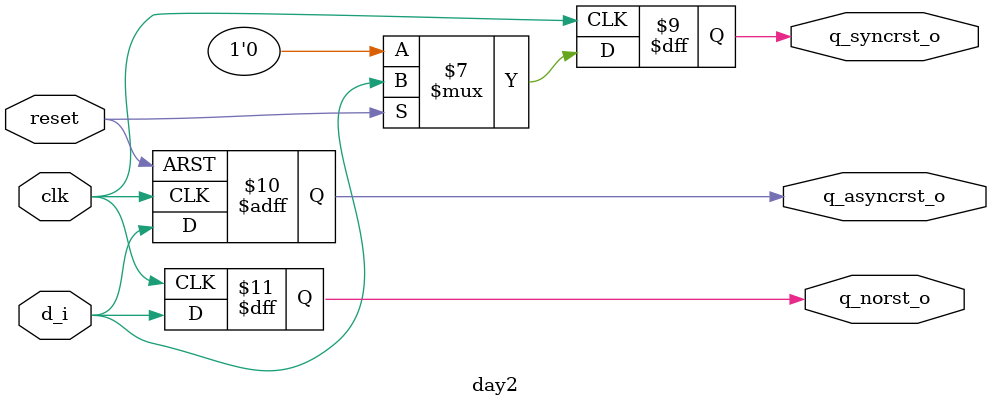
<source format=sv>
module day2 (
	input logic clk,
  	input logic reset, //active low reset
    input logic d_i,
    output logic q_norst_o,
    output logic q_syncrst_o,
    output logic q_asyncrst_o
);
  

  //non-resettable flop
  always_ff @(posedge clk) begin
    q_norst_o <= d_i;
  end
  
  //async rst (active low reset)
  always_ff @(posedge clk or negedge reset) begin
    if(!reset) begin
      q_asyncrst_o <= 1'b0;
    end 
    else begin  
      q_asyncrst_o <= d_i;
    end
  end
  
  //sync rst (active low reset)
  always_ff @(posedge clk) begin
    if(!reset) begin
      q_syncrst_o <= 1'b0;
    end
    else begin
      q_syncrst_o <= d_i;
    end
  end
  
endmodule
</source>
